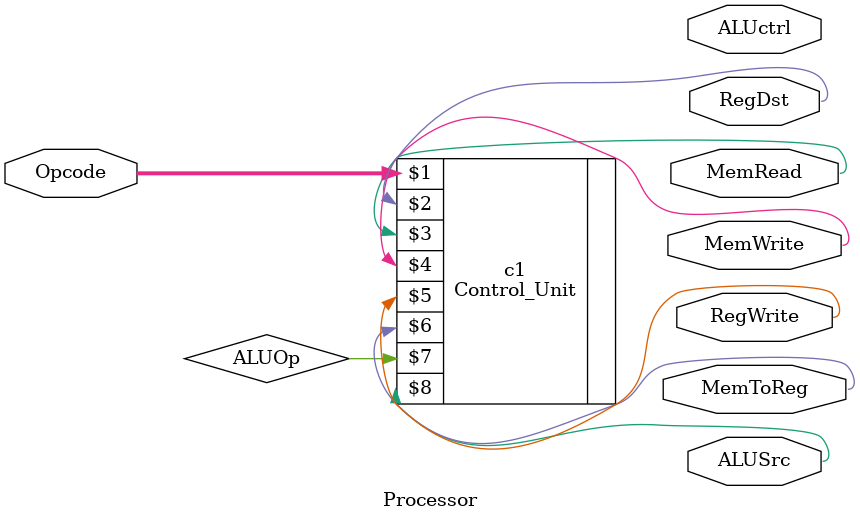
<source format=v>
module Processor(Opcode,RegDst,MemRead,MemWrite,RegWrite,MemToReg,ALUctrl,ALUSrc);
input [5:0] Opcode;
output reg RegDst,MemRead,MemWrite,RegWrite,MemToReg,ALUSrc;
output reg [2:0] ALUctrl;

	Control_Unit c1(Opcode,RegDst,MemRead,MemWrite,RegWrite,MemToReg,ALUOp,ALUSrc);
	ALU_Control c2(ALUop,ALUCtrl);
	
endmodule
</source>
